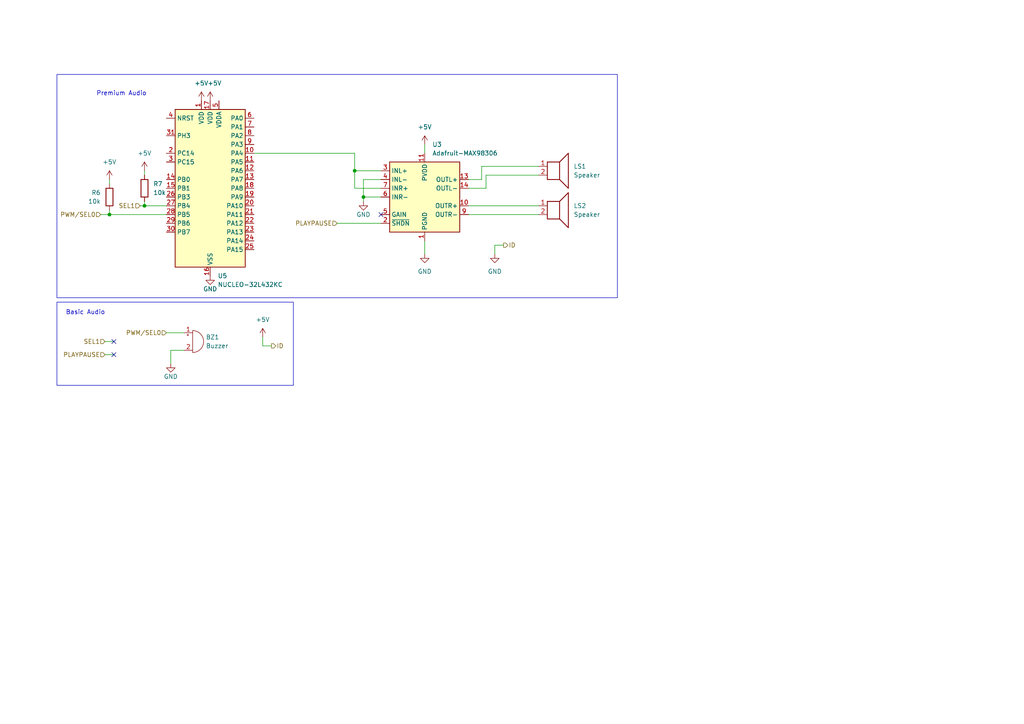
<source format=kicad_sch>
(kicad_sch (version 20230121) (generator eeschema)
  (paper "A4")
  (lib_symbols
    (symbol "Amplifier_Audio:MAX98306xDT"
      (property "Reference" "U" (at 10.16 14.605 0))
      (property "Value" "MAX98306xDT" (at 10.16 12.065 0))
      (symbol "MAX98306xDT_0_1"
        (rectangle (start -10.16 10.16) (end 10.16 -10.16) (stroke (width 0.254)) (fill (type background)))
      )
      (symbol "MAX98306xDT_1_1"
        (pin power_in line (at 0 -12.7 90) (length 2.54) (name "PGND") (number "1"))
        (pin power_out line (at 12.7 -2.54 180) (length 2.54) (name "OUTR+") (number "10"))
        (pin power_in line (at 0 12.7 270) (length 2.54) (name "PVDD") (number "11"))
        (pin passive line (at 0 12.7 270) (length 2.54) hide (name "PVDD") (number "12"))
        (pin power_out line (at 12.7 5.08 180) (length 2.54) (name "OUTL+") (number "13"))
        (pin power_out line (at 12.7 2.54 180) (length 2.54) (name "OUTL-") (number "14"))
        (pin passive line (at 0 -12.7 90) (length 2.54) hide (name "PGND") (number "15"))
        (pin input line (at -12.7 -7.62 0) (length 2.54) (name "~{SHDN}") (number "2"))
        (pin input line (at -12.7 7.62 0) (length 2.54) (name "INL+") (number "3"))
        (pin input line (at -12.7 5.08 0) (length 2.54) (name "INL-") (number "4"))
        (pin input line (at -12.7 -5.08 0) (length 2.54) (name "GAIN") (number "5"))
        (pin input line (at -12.7 0 0) (length 2.54) (name "INR-") (number "6"))
        (pin input line (at -12.7 2.54 0) (length 2.54) (name "INR+") (number "7"))
        (pin passive line (at 0 -12.7 90) (length 2.54) hide (name "PGND") (number "8"))
        (pin power_out line (at 12.7 -5.08 180) (length 2.54) (name "OUTR-") (number "9"))
      )
    )
    (symbol "Device:Buzzer" (pin_names (offset 0.0254) hide)
      (property "Reference" "BZ" (at 3.81 1.27 0))
      (property "Value" "Buzzer" (at 3.81 -1.27 0))
      (symbol "Buzzer_0_1"
        (arc (start 0 -3.175) (mid 3.1612 0) (end 0 3.175))
        (polyline (pts (xy -1.651 1.905) (xy -1.143 1.905)))
        (polyline (pts (xy -1.397 2.159) (xy -1.397 1.651)))
        (polyline (pts (xy 0 3.175) (xy 0 -3.175)))
      )
      (symbol "Buzzer_1_1"
        (pin passive line (at -2.54 2.54 0) (length 2.54) (name "-") (number "1"))
        (pin passive line (at -2.54 -2.54 0) (length 2.54) (name "+") (number "2"))
      )
    )
    (symbol "Device:R" (pin_numbers hide) (pin_names (offset 0))
      (property "Reference" "R" (at 2.032 0 90))
      (property "Value" "R" (at 0 0 90))
      (symbol "R_0_1"
        (rectangle (start -1.016 -2.54) (end 1.016 2.54) (stroke (width 0.254)))
      )
      (symbol "R_1_1"
        (pin passive line (at 0 3.81 270) (length 1.27) (name "~") (number "1"))
        (pin passive line (at 0 -3.81 90) (length 1.27) (name "~") (number "2"))
      )
    )
    (symbol "Device:Speaker" (pin_names (offset 0) hide)
      (property "Reference" "LS" (at 1.27 5.715 0))
      (property "Value" "Speaker" (at 1.27 3.81 0))
      (symbol "Speaker_0_0"
        (rectangle (start -2.54 1.27) (end 1.016 -3.81) (stroke (width 0.254)))
        (polyline (pts (xy 1.016 1.27) (xy 3.556 3.81) (xy 3.556 -6.35) (xy 1.016 -3.81)) (stroke (width 0.254)))
      )
      (symbol "Speaker_1_1"
        (pin input line (at -5.08 0 0) (length 2.54) (name "1") (number "1"))
        (pin input line (at -5.08 -2.54 0) (length 2.54) (name "2") (number "2"))
      )
    )
    (symbol "MCU_ST_STM32L4:STM32L432KBUx"
      (property "Reference" "U" (at -10.16 24.13 0))
      (property "Value" "STM32L432KBUx" (at 5.08 24.13 0))
      (symbol "STM32L432KBUx_0_1"
        (rectangle (start -10.16 -22.86) (end 10.16 22.86) (stroke (width 0.254)) (fill (type background)))
      )
      (symbol "STM32L432KBUx_1_1"
        (pin power_in line (at -2.54 25.4 270) (length 2.54) (name "VDD") (number "1"))
        (pin bidirectional line (at 12.7 10.16 180) (length 2.54) (name "PA4") (number "10"))
        (pin bidirectional line (at 12.7 7.62 180) (length 2.54) (name "PA5") (number "11"))
        (pin bidirectional line (at 12.7 5.08 180) (length 2.54) (name "PA6") (number "12"))
        (pin bidirectional line (at 12.7 2.54 180) (length 2.54) (name "PA7") (number "13"))
        (pin bidirectional line (at -12.7 2.54 0) (length 2.54) (name "PB0") (number "14"))
        (pin bidirectional line (at -12.7 0 0) (length 2.54) (name "PB1") (number "15"))
        (pin power_in line (at 0 -25.4 90) (length 2.54) (name "VSS") (number "16"))
        (pin power_in line (at 0 25.4 270) (length 2.54) (name "VDD") (number "17"))
        (pin bidirectional line (at 12.7 0 180) (length 2.54) (name "PA8") (number "18"))
        (pin bidirectional line (at 12.7 -2.54 180) (length 2.54) (name "PA9") (number "19"))
        (pin bidirectional line (at -12.7 10.16 0) (length 2.54) (name "PC14") (number "2"))
        (pin bidirectional line (at 12.7 -5.08 180) (length 2.54) (name "PA10") (number "20"))
        (pin bidirectional line (at 12.7 -7.62 180) (length 2.54) (name "PA11") (number "21"))
        (pin bidirectional line (at 12.7 -10.16 180) (length 2.54) (name "PA12") (number "22"))
        (pin bidirectional line (at 12.7 -12.7 180) (length 2.54) (name "PA13") (number "23"))
        (pin bidirectional line (at 12.7 -15.24 180) (length 2.54) (name "PA14") (number "24"))
        (pin bidirectional line (at 12.7 -17.78 180) (length 2.54) (name "PA15") (number "25"))
        (pin bidirectional line (at -12.7 -2.54 0) (length 2.54) (name "PB3") (number "26"))
        (pin bidirectional line (at -12.7 -5.08 0) (length 2.54) (name "PB4") (number "27"))
        (pin bidirectional line (at -12.7 -7.62 0) (length 2.54) (name "PB5") (number "28"))
        (pin bidirectional line (at -12.7 -10.16 0) (length 2.54) (name "PB6") (number "29"))
        (pin bidirectional line (at -12.7 7.62 0) (length 2.54) (name "PC15") (number "3"))
        (pin bidirectional line (at -12.7 -12.7 0) (length 2.54) (name "PB7") (number "30"))
        (pin bidirectional line (at -12.7 15.24 0) (length 2.54) (name "PH3") (number "31"))
        (pin passive line (at 0 -25.4 90) (length 2.54) hide (name "VSS") (number "32"))
        (pin passive line (at 0 -25.4 90) (length 2.54) hide (name "VSS") (number "33"))
        (pin input line (at -12.7 20.32 0) (length 2.54) (name "NRST") (number "4"))
        (pin power_in line (at 2.54 25.4 270) (length 2.54) (name "VDDA") (number "5"))
        (pin bidirectional line (at 12.7 20.32 180) (length 2.54) (name "PA0") (number "6"))
        (pin bidirectional line (at 12.7 17.78 180) (length 2.54) (name "PA1") (number "7"))
        (pin bidirectional line (at 12.7 15.24 180) (length 2.54) (name "PA2") (number "8"))
        (pin bidirectional line (at 12.7 12.7 180) (length 2.54) (name "PA3") (number "9"))
      )
    )
    (symbol "power:+5V" (power) (pin_names (offset 0))
      (property "Value" "+5V" (at 0 3.556 0))
      (symbol "+5V_0_1"
        (polyline (pts (xy -0.762 1.27) (xy 0 2.54)))
        (polyline (pts (xy 0 0) (xy 0 2.54)))
        (polyline (pts (xy 0 2.54) (xy 0.762 1.27)))
      )
      (symbol "+5V_1_1"
        (pin power_in line (at 0 0 90) (length 0) hide (name "+5V") (number "1"))
      )
    )
    (symbol "power:GND" (power) (pin_names (offset 0))
      (property "Value" "GND" (at 0 -3.81 0))
      (symbol "GND_0_1"
        (polyline (pts (xy 0 0) (xy 0 -1.27) (xy 1.27 -1.27) (xy 0 -2.54) (xy -1.27 -1.27) (xy 0 -1.27)))
      )
      (symbol "GND_1_1"
        (pin power_in line (at 0 0 270) (length 0) hide (name "GND") (number "1"))
      )
    )
  )
  (junction (at 105.41 57.15))
  (junction (at 31.75 62.23))
  (junction (at 41.91 59.69))
  (junction (at 102.87 49.53))
  (no_connect (at 33.02 99.06))
  (no_connect (at 110.49 62.23))
  (no_connect (at 33.02 102.87))
  (wire (pts (xy 76.2 100.33) (xy 78.74 100.33)))
  (wire (pts (xy 140.97 54.61) (xy 135.89 54.61)))
  (wire (pts (xy 31.75 62.23) (xy 31.75 60.96)))
  (wire (pts (xy 48.26 96.52) (xy 53.34 96.52)))
  (wire (pts (xy 30.48 102.87) (xy 33.02 102.87)))
  (wire (pts (xy 143.51 73.66) (xy 143.51 71.12)))
  (wire (pts (xy 139.7 52.07) (xy 135.89 52.07)))
  (wire (pts (xy 29.21 62.23) (xy 31.75 62.23)))
  (wire (pts (xy 156.21 48.26) (xy 139.7 48.26)))
  (wire (pts (xy 105.41 52.07) (xy 105.41 57.15)))
  (wire (pts (xy 102.87 54.61) (xy 110.49 54.61)))
  (wire (pts (xy 156.21 59.69) (xy 135.89 59.69)))
  (wire (pts (xy 156.21 50.8) (xy 140.97 50.8)))
  (wire (pts (xy 41.91 59.69) (xy 48.26 59.69)))
  (wire (pts (xy 53.34 101.6) (xy 49.53 101.6)))
  (wire (pts (xy 31.75 62.23) (xy 48.26 62.23)))
  (wire (pts (xy 110.49 49.53) (xy 102.87 49.53)))
  (wire (pts (xy 140.97 50.8) (xy 140.97 54.61)))
  (wire (pts (xy 49.53 101.6) (xy 49.53 105.41)))
  (wire (pts (xy 30.48 99.06) (xy 33.02 99.06)))
  (wire (pts (xy 97.79 64.77) (xy 110.49 64.77)))
  (wire (pts (xy 31.75 52.07) (xy 31.75 53.34)))
  (wire (pts (xy 139.7 48.26) (xy 139.7 52.07)))
  (wire (pts (xy 41.91 58.42) (xy 41.91 59.69)))
  (wire (pts (xy 143.51 71.12) (xy 146.05 71.12)))
  (wire (pts (xy 105.41 58.42) (xy 105.41 57.15)))
  (wire (pts (xy 123.19 73.66) (xy 123.19 69.85)))
  (wire (pts (xy 41.91 49.53) (xy 41.91 50.8)))
  (wire (pts (xy 40.64 59.69) (xy 41.91 59.69)))
  (wire (pts (xy 105.41 57.15) (xy 110.49 57.15)))
  (wire (pts (xy 102.87 44.45) (xy 102.87 49.53)))
  (wire (pts (xy 76.2 97.79) (xy 76.2 100.33)))
  (wire (pts (xy 73.66 44.45) (xy 102.87 44.45)))
  (wire (pts (xy 110.49 52.07) (xy 105.41 52.07)))
  (wire (pts (xy 102.87 49.53) (xy 102.87 54.61)))
  (wire (pts (xy 156.21 62.23) (xy 135.89 62.23)))
  (wire (pts (xy 123.19 41.91) (xy 123.19 44.45)))
  (rectangle (start 16.51 21.59) (end 179.07 86.36))
  (rectangle (start 16.51 87.63) (end 85.09 111.76))
  (text "Premium Audio" (at 27.94 27.94 0) (effects (font (size 1.27 1.27)) (justify left bottom)))
  (text "Basic Audio" (at 19.05 91.44 0) (effects (font (size 1.27 1.27)) (justify left bottom)))
  (hierarchical_label "PWM{slash}SEL0" (shape input) (at 48.26 96.52 180))
  (hierarchical_label "PLAYPAUSE" (shape input) (at 30.48 102.87 180))
  (hierarchical_label "ID" (shape output) (at 78.74 100.33 0))
  (hierarchical_label "ID" (shape output) (at 146.05 71.12 0))
  (hierarchical_label "PLAYPAUSE" (shape input) (at 97.79 64.77 180))
  (hierarchical_label "SEL1" (shape input) (at 40.64 59.69 180))
  (hierarchical_label "SEL1" (shape input) (at 30.48 99.06 180))
  (hierarchical_label "PWM{slash}SEL0" (shape input) (at 29.21 62.23 180))
  (symbol (lib_id "power:+5V") (at 76.2 97.79 0) (unit 1)
    (property "Reference" "#PWR024" (effects hide))
    (property "Value" "+5V" (at 76.2 92.71 0))
  )
  (symbol (lib_id "power:GND") (at 143.51 73.66 0) (unit 1)
    (property "Reference" "#PWR028" (effects hide))
    (property "Value" "GND" (at 143.51 78.74 0))
  )
  (symbol (lib_id "Device:R") (at 41.91 54.61 180) (unit 1)
    (property "Reference" "R7" (at 44.45 53.34 0) (effects (justify right)))
    (property "Value" "10k" (at 44.45 55.88 0) (effects (justify right)))
  )
  (symbol (lib_id "Device:Buzzer") (at 55.88 99.06 0) (unit 1)
    (property "Reference" "BZ1" (at 59.69 97.79 0) (effects (justify left)))
    (property "Value" "Buzzer" (at 59.69 100.33 0) (effects (justify left)))
  )
  (symbol (lib_id "power:+5V") (at 123.19 41.91 0) (unit 1)
    (property "Reference" "#PWR026" (effects hide))
    (property "Value" "+5V" (at 123.19 36.83 0))
  )
  (symbol (lib_id "power:+5V") (at 60.96 29.21 0) (unit 1)
    (property "Reference" "#PWR021" (effects hide))
    (property "Value" "+5V" (at 62.23 24.13 0))
  )
  (symbol (lib_id "power:GND") (at 123.19 73.66 0) (unit 1)
    (property "Reference" "#PWR027" (effects hide))
    (property "Value" "GND" (at 123.19 78.74 0))
  )
  (symbol (lib_id "Device:Speaker") (at 161.29 59.69 0) (unit 1)
    (property "Reference" "LS2" (at 166.37 59.69 0) (effects (justify left)))
    (property "Value" "Speaker" (at 166.37 62.23 0) (effects (justify left)))
  )
  (symbol (lib_id "MCU_ST_STM32L4:STM32L432KBUx") (at 60.96 54.61 0) (unit 1)
    (property "Reference" "U5" (at 63.1541 80.01 0) (effects (justify left)))
    (property "Value" "NUCLEO-32L432KC" (at 63.1541 82.55 0) (effects (justify left)))
    (property "Footprint" "Package_DFN_QFN:QFN-32-1EP_5x5mm_P0.5mm_EP3.45x3.45mm" (effects hide))
    (property "Datasheet" "https://www.st.com/resource/en/datasheet/stm32l432kb.pdf" (effects hide))
  )
  (symbol (lib_id "power:+5V") (at 58.42 29.21 0) (unit 1)
    (property "Reference" "#PWR019" (effects hide))
    (property "Value" "+5V" (at 58.42 24.13 0))
  )
  (symbol (lib_id "Device:R") (at 31.75 57.15 180) (unit 1)
    (property "Reference" "R6" (at 29.21 55.88 0) (effects (justify left)))
    (property "Value" "10k" (at 29.21 58.42 0) (effects (justify left)))
  )
  (symbol (lib_id "power:GND") (at 105.41 58.42 0) (unit 1)
    (property "Reference" "#PWR025" (effects hide))
    (property "Value" "GND" (at 105.41 62.23 0))
  )
  (symbol (lib_id "power:+5V") (at 31.75 52.07 0) (unit 1)
    (property "Reference" "#PWR017" (effects hide))
    (property "Value" "+5V" (at 31.75 46.99 0))
  )
  (symbol (lib_id "Device:Speaker") (at 161.29 48.26 0) (unit 1)
    (property "Reference" "LS1" (at 166.37 48.26 0) (effects (justify left)))
    (property "Value" "Speaker" (at 166.37 50.8 0) (effects (justify left)))
  )
  (symbol (lib_id "power:GND") (at 49.53 105.41 0) (unit 1)
    (property "Reference" "#PWR05" (effects hide))
    (property "Value" "GND" (at 49.53 109.22 0))
    (instances (project "EE312_Project2" (path "" (reference "#PWR05") (unit 1))) (project "ece312-final-project" (path "" (reference "#PWR020") (unit 1))))
  )
  (symbol (lib_id "power:GND") (at 60.96 80.01 0) (unit 1)
    (property "Reference" "#PWR022" (effects hide))
    (property "Value" "GND" (at 60.96 83.82 0))
  )
  (symbol (lib_id "power:+5V") (at 41.91 49.53 0) (unit 1)
    (property "Reference" "#PWR018" (effects hide))
    (property "Value" "+5V" (at 41.91 44.45 0))
  )
  (symbol (lib_id "Amplifier_Audio:MAX98306xDT") (at 123.19 57.15 0) (unit 1)
    (property "Reference" "U3" (at 125.3841 41.91 0) (effects (justify left)))
    (property "Value" "Adafruit-MAX98306" (at 125.3841 44.45 0) (effects (justify left)))
    (property "Footprint" "Package_DFN_QFN:TDFN-14-1EP_3x3mm_P0.4mm_EP1.78x2.35mm" (effects hide))
    (property "Datasheet" "https://datasheets.maximintegrated.com/en/ds/MAX98306.pdf" (effects hide))
  )
)
</source>
